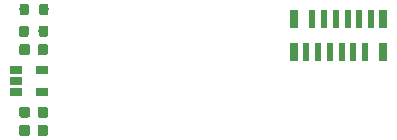
<source format=gtp>
%TF.GenerationSoftware,KiCad,Pcbnew,(5.1.4)-1*%
%TF.CreationDate,2025-05-10T17:32:09-04:00*%
%TF.ProjectId,PMW3360,504d5733-3336-4302-9e6b-696361645f70,rev?*%
%TF.SameCoordinates,Original*%
%TF.FileFunction,Paste,Top*%
%TF.FilePolarity,Positive*%
%FSLAX46Y46*%
G04 Gerber Fmt 4.6, Leading zero omitted, Abs format (unit mm)*
G04 Created by KiCad (PCBNEW (5.1.4)-1) date 2025-05-10 17:32:09*
%MOMM*%
%LPD*%
G04 APERTURE LIST*
%ADD10R,0.800000X1.500000*%
%ADD11R,0.600000X1.500000*%
%ADD12R,1.060000X0.650000*%
%ADD13C,0.100000*%
%ADD14C,0.800000*%
%ADD15C,0.900000*%
G04 APERTURE END LIST*
D10*
X170850000Y-103800000D03*
X170850000Y-101000000D03*
X178350000Y-103800000D03*
X178350000Y-101000000D03*
D11*
X171850000Y-103800000D03*
X172350000Y-101000000D03*
X172850000Y-103800000D03*
X173350000Y-101000000D03*
X173850000Y-103800000D03*
X174350000Y-101000000D03*
X174850000Y-103800000D03*
X175350000Y-101000000D03*
X175850000Y-103800000D03*
X176350000Y-101000000D03*
X176850000Y-103800000D03*
X177350000Y-101000000D03*
D12*
X149455000Y-105300000D03*
X149455000Y-107200000D03*
X147255000Y-107200000D03*
X147255000Y-106250000D03*
X147255000Y-105300000D03*
D13*
G36*
X149844603Y-99725963D02*
G01*
X149864018Y-99728843D01*
X149883057Y-99733612D01*
X149901537Y-99740224D01*
X149919279Y-99748616D01*
X149936114Y-99758706D01*
X149951879Y-99770398D01*
X149966421Y-99783579D01*
X149979602Y-99798121D01*
X149991294Y-99813886D01*
X150001384Y-99830721D01*
X150009776Y-99848463D01*
X150016388Y-99866943D01*
X150021157Y-99885982D01*
X150024037Y-99905397D01*
X150025000Y-99925000D01*
X150025000Y-100475000D01*
X150024037Y-100494603D01*
X150021157Y-100514018D01*
X150016388Y-100533057D01*
X150009776Y-100551537D01*
X150001384Y-100569279D01*
X149991294Y-100586114D01*
X149979602Y-100601879D01*
X149966421Y-100616421D01*
X149951879Y-100629602D01*
X149936114Y-100641294D01*
X149919279Y-100651384D01*
X149901537Y-100659776D01*
X149883057Y-100666388D01*
X149864018Y-100671157D01*
X149844603Y-100674037D01*
X149825000Y-100675000D01*
X149425000Y-100675000D01*
X149405397Y-100674037D01*
X149385982Y-100671157D01*
X149366943Y-100666388D01*
X149348463Y-100659776D01*
X149330721Y-100651384D01*
X149313886Y-100641294D01*
X149298121Y-100629602D01*
X149283579Y-100616421D01*
X149270398Y-100601879D01*
X149258706Y-100586114D01*
X149248616Y-100569279D01*
X149240224Y-100551537D01*
X149233612Y-100533057D01*
X149228843Y-100514018D01*
X149225963Y-100494603D01*
X149225000Y-100475000D01*
X149225000Y-99925000D01*
X149225963Y-99905397D01*
X149228843Y-99885982D01*
X149233612Y-99866943D01*
X149240224Y-99848463D01*
X149248616Y-99830721D01*
X149258706Y-99813886D01*
X149270398Y-99798121D01*
X149283579Y-99783579D01*
X149298121Y-99770398D01*
X149313886Y-99758706D01*
X149330721Y-99748616D01*
X149348463Y-99740224D01*
X149366943Y-99733612D01*
X149385982Y-99728843D01*
X149405397Y-99725963D01*
X149425000Y-99725000D01*
X149825000Y-99725000D01*
X149844603Y-99725963D01*
X149844603Y-99725963D01*
G37*
D14*
X149625000Y-100200000D03*
D13*
G36*
X148194603Y-99725963D02*
G01*
X148214018Y-99728843D01*
X148233057Y-99733612D01*
X148251537Y-99740224D01*
X148269279Y-99748616D01*
X148286114Y-99758706D01*
X148301879Y-99770398D01*
X148316421Y-99783579D01*
X148329602Y-99798121D01*
X148341294Y-99813886D01*
X148351384Y-99830721D01*
X148359776Y-99848463D01*
X148366388Y-99866943D01*
X148371157Y-99885982D01*
X148374037Y-99905397D01*
X148375000Y-99925000D01*
X148375000Y-100475000D01*
X148374037Y-100494603D01*
X148371157Y-100514018D01*
X148366388Y-100533057D01*
X148359776Y-100551537D01*
X148351384Y-100569279D01*
X148341294Y-100586114D01*
X148329602Y-100601879D01*
X148316421Y-100616421D01*
X148301879Y-100629602D01*
X148286114Y-100641294D01*
X148269279Y-100651384D01*
X148251537Y-100659776D01*
X148233057Y-100666388D01*
X148214018Y-100671157D01*
X148194603Y-100674037D01*
X148175000Y-100675000D01*
X147775000Y-100675000D01*
X147755397Y-100674037D01*
X147735982Y-100671157D01*
X147716943Y-100666388D01*
X147698463Y-100659776D01*
X147680721Y-100651384D01*
X147663886Y-100641294D01*
X147648121Y-100629602D01*
X147633579Y-100616421D01*
X147620398Y-100601879D01*
X147608706Y-100586114D01*
X147598616Y-100569279D01*
X147590224Y-100551537D01*
X147583612Y-100533057D01*
X147578843Y-100514018D01*
X147575963Y-100494603D01*
X147575000Y-100475000D01*
X147575000Y-99925000D01*
X147575963Y-99905397D01*
X147578843Y-99885982D01*
X147583612Y-99866943D01*
X147590224Y-99848463D01*
X147598616Y-99830721D01*
X147608706Y-99813886D01*
X147620398Y-99798121D01*
X147633579Y-99783579D01*
X147648121Y-99770398D01*
X147663886Y-99758706D01*
X147680721Y-99748616D01*
X147698463Y-99740224D01*
X147716943Y-99733612D01*
X147735982Y-99728843D01*
X147755397Y-99725963D01*
X147775000Y-99725000D01*
X148175000Y-99725000D01*
X148194603Y-99725963D01*
X148194603Y-99725963D01*
G37*
D14*
X147975000Y-100200000D03*
D13*
G36*
X149819603Y-101575963D02*
G01*
X149839018Y-101578843D01*
X149858057Y-101583612D01*
X149876537Y-101590224D01*
X149894279Y-101598616D01*
X149911114Y-101608706D01*
X149926879Y-101620398D01*
X149941421Y-101633579D01*
X149954602Y-101648121D01*
X149966294Y-101663886D01*
X149976384Y-101680721D01*
X149984776Y-101698463D01*
X149991388Y-101716943D01*
X149996157Y-101735982D01*
X149999037Y-101755397D01*
X150000000Y-101775000D01*
X150000000Y-102325000D01*
X149999037Y-102344603D01*
X149996157Y-102364018D01*
X149991388Y-102383057D01*
X149984776Y-102401537D01*
X149976384Y-102419279D01*
X149966294Y-102436114D01*
X149954602Y-102451879D01*
X149941421Y-102466421D01*
X149926879Y-102479602D01*
X149911114Y-102491294D01*
X149894279Y-102501384D01*
X149876537Y-102509776D01*
X149858057Y-102516388D01*
X149839018Y-102521157D01*
X149819603Y-102524037D01*
X149800000Y-102525000D01*
X149400000Y-102525000D01*
X149380397Y-102524037D01*
X149360982Y-102521157D01*
X149341943Y-102516388D01*
X149323463Y-102509776D01*
X149305721Y-102501384D01*
X149288886Y-102491294D01*
X149273121Y-102479602D01*
X149258579Y-102466421D01*
X149245398Y-102451879D01*
X149233706Y-102436114D01*
X149223616Y-102419279D01*
X149215224Y-102401537D01*
X149208612Y-102383057D01*
X149203843Y-102364018D01*
X149200963Y-102344603D01*
X149200000Y-102325000D01*
X149200000Y-101775000D01*
X149200963Y-101755397D01*
X149203843Y-101735982D01*
X149208612Y-101716943D01*
X149215224Y-101698463D01*
X149223616Y-101680721D01*
X149233706Y-101663886D01*
X149245398Y-101648121D01*
X149258579Y-101633579D01*
X149273121Y-101620398D01*
X149288886Y-101608706D01*
X149305721Y-101598616D01*
X149323463Y-101590224D01*
X149341943Y-101583612D01*
X149360982Y-101578843D01*
X149380397Y-101575963D01*
X149400000Y-101575000D01*
X149800000Y-101575000D01*
X149819603Y-101575963D01*
X149819603Y-101575963D01*
G37*
D14*
X149600000Y-102050000D03*
D13*
G36*
X148169603Y-101575963D02*
G01*
X148189018Y-101578843D01*
X148208057Y-101583612D01*
X148226537Y-101590224D01*
X148244279Y-101598616D01*
X148261114Y-101608706D01*
X148276879Y-101620398D01*
X148291421Y-101633579D01*
X148304602Y-101648121D01*
X148316294Y-101663886D01*
X148326384Y-101680721D01*
X148334776Y-101698463D01*
X148341388Y-101716943D01*
X148346157Y-101735982D01*
X148349037Y-101755397D01*
X148350000Y-101775000D01*
X148350000Y-102325000D01*
X148349037Y-102344603D01*
X148346157Y-102364018D01*
X148341388Y-102383057D01*
X148334776Y-102401537D01*
X148326384Y-102419279D01*
X148316294Y-102436114D01*
X148304602Y-102451879D01*
X148291421Y-102466421D01*
X148276879Y-102479602D01*
X148261114Y-102491294D01*
X148244279Y-102501384D01*
X148226537Y-102509776D01*
X148208057Y-102516388D01*
X148189018Y-102521157D01*
X148169603Y-102524037D01*
X148150000Y-102525000D01*
X147750000Y-102525000D01*
X147730397Y-102524037D01*
X147710982Y-102521157D01*
X147691943Y-102516388D01*
X147673463Y-102509776D01*
X147655721Y-102501384D01*
X147638886Y-102491294D01*
X147623121Y-102479602D01*
X147608579Y-102466421D01*
X147595398Y-102451879D01*
X147583706Y-102436114D01*
X147573616Y-102419279D01*
X147565224Y-102401537D01*
X147558612Y-102383057D01*
X147553843Y-102364018D01*
X147550963Y-102344603D01*
X147550000Y-102325000D01*
X147550000Y-101775000D01*
X147550963Y-101755397D01*
X147553843Y-101735982D01*
X147558612Y-101716943D01*
X147565224Y-101698463D01*
X147573616Y-101680721D01*
X147583706Y-101663886D01*
X147595398Y-101648121D01*
X147608579Y-101633579D01*
X147623121Y-101620398D01*
X147638886Y-101608706D01*
X147655721Y-101598616D01*
X147673463Y-101590224D01*
X147691943Y-101583612D01*
X147710982Y-101578843D01*
X147730397Y-101575963D01*
X147750000Y-101575000D01*
X148150000Y-101575000D01*
X148169603Y-101575963D01*
X148169603Y-101575963D01*
G37*
D14*
X147950000Y-102050000D03*
D13*
G36*
X148247054Y-109976083D02*
G01*
X148268895Y-109979323D01*
X148290314Y-109984688D01*
X148311104Y-109992127D01*
X148331064Y-110001568D01*
X148350003Y-110012919D01*
X148367738Y-110026073D01*
X148384099Y-110040901D01*
X148398927Y-110057262D01*
X148412081Y-110074997D01*
X148423432Y-110093936D01*
X148432873Y-110113896D01*
X148440312Y-110134686D01*
X148445677Y-110156105D01*
X148448917Y-110177946D01*
X148450000Y-110200000D01*
X148450000Y-110700000D01*
X148448917Y-110722054D01*
X148445677Y-110743895D01*
X148440312Y-110765314D01*
X148432873Y-110786104D01*
X148423432Y-110806064D01*
X148412081Y-110825003D01*
X148398927Y-110842738D01*
X148384099Y-110859099D01*
X148367738Y-110873927D01*
X148350003Y-110887081D01*
X148331064Y-110898432D01*
X148311104Y-110907873D01*
X148290314Y-110915312D01*
X148268895Y-110920677D01*
X148247054Y-110923917D01*
X148225000Y-110925000D01*
X147775000Y-110925000D01*
X147752946Y-110923917D01*
X147731105Y-110920677D01*
X147709686Y-110915312D01*
X147688896Y-110907873D01*
X147668936Y-110898432D01*
X147649997Y-110887081D01*
X147632262Y-110873927D01*
X147615901Y-110859099D01*
X147601073Y-110842738D01*
X147587919Y-110825003D01*
X147576568Y-110806064D01*
X147567127Y-110786104D01*
X147559688Y-110765314D01*
X147554323Y-110743895D01*
X147551083Y-110722054D01*
X147550000Y-110700000D01*
X147550000Y-110200000D01*
X147551083Y-110177946D01*
X147554323Y-110156105D01*
X147559688Y-110134686D01*
X147567127Y-110113896D01*
X147576568Y-110093936D01*
X147587919Y-110074997D01*
X147601073Y-110057262D01*
X147615901Y-110040901D01*
X147632262Y-110026073D01*
X147649997Y-110012919D01*
X147668936Y-110001568D01*
X147688896Y-109992127D01*
X147709686Y-109984688D01*
X147731105Y-109979323D01*
X147752946Y-109976083D01*
X147775000Y-109975000D01*
X148225000Y-109975000D01*
X148247054Y-109976083D01*
X148247054Y-109976083D01*
G37*
D15*
X148000000Y-110450000D03*
D13*
G36*
X149797054Y-109976083D02*
G01*
X149818895Y-109979323D01*
X149840314Y-109984688D01*
X149861104Y-109992127D01*
X149881064Y-110001568D01*
X149900003Y-110012919D01*
X149917738Y-110026073D01*
X149934099Y-110040901D01*
X149948927Y-110057262D01*
X149962081Y-110074997D01*
X149973432Y-110093936D01*
X149982873Y-110113896D01*
X149990312Y-110134686D01*
X149995677Y-110156105D01*
X149998917Y-110177946D01*
X150000000Y-110200000D01*
X150000000Y-110700000D01*
X149998917Y-110722054D01*
X149995677Y-110743895D01*
X149990312Y-110765314D01*
X149982873Y-110786104D01*
X149973432Y-110806064D01*
X149962081Y-110825003D01*
X149948927Y-110842738D01*
X149934099Y-110859099D01*
X149917738Y-110873927D01*
X149900003Y-110887081D01*
X149881064Y-110898432D01*
X149861104Y-110907873D01*
X149840314Y-110915312D01*
X149818895Y-110920677D01*
X149797054Y-110923917D01*
X149775000Y-110925000D01*
X149325000Y-110925000D01*
X149302946Y-110923917D01*
X149281105Y-110920677D01*
X149259686Y-110915312D01*
X149238896Y-110907873D01*
X149218936Y-110898432D01*
X149199997Y-110887081D01*
X149182262Y-110873927D01*
X149165901Y-110859099D01*
X149151073Y-110842738D01*
X149137919Y-110825003D01*
X149126568Y-110806064D01*
X149117127Y-110786104D01*
X149109688Y-110765314D01*
X149104323Y-110743895D01*
X149101083Y-110722054D01*
X149100000Y-110700000D01*
X149100000Y-110200000D01*
X149101083Y-110177946D01*
X149104323Y-110156105D01*
X149109688Y-110134686D01*
X149117127Y-110113896D01*
X149126568Y-110093936D01*
X149137919Y-110074997D01*
X149151073Y-110057262D01*
X149165901Y-110040901D01*
X149182262Y-110026073D01*
X149199997Y-110012919D01*
X149218936Y-110001568D01*
X149238896Y-109992127D01*
X149259686Y-109984688D01*
X149281105Y-109979323D01*
X149302946Y-109976083D01*
X149325000Y-109975000D01*
X149775000Y-109975000D01*
X149797054Y-109976083D01*
X149797054Y-109976083D01*
G37*
D15*
X149550000Y-110450000D03*
D13*
G36*
X148247054Y-103126083D02*
G01*
X148268895Y-103129323D01*
X148290314Y-103134688D01*
X148311104Y-103142127D01*
X148331064Y-103151568D01*
X148350003Y-103162919D01*
X148367738Y-103176073D01*
X148384099Y-103190901D01*
X148398927Y-103207262D01*
X148412081Y-103224997D01*
X148423432Y-103243936D01*
X148432873Y-103263896D01*
X148440312Y-103284686D01*
X148445677Y-103306105D01*
X148448917Y-103327946D01*
X148450000Y-103350000D01*
X148450000Y-103850000D01*
X148448917Y-103872054D01*
X148445677Y-103893895D01*
X148440312Y-103915314D01*
X148432873Y-103936104D01*
X148423432Y-103956064D01*
X148412081Y-103975003D01*
X148398927Y-103992738D01*
X148384099Y-104009099D01*
X148367738Y-104023927D01*
X148350003Y-104037081D01*
X148331064Y-104048432D01*
X148311104Y-104057873D01*
X148290314Y-104065312D01*
X148268895Y-104070677D01*
X148247054Y-104073917D01*
X148225000Y-104075000D01*
X147775000Y-104075000D01*
X147752946Y-104073917D01*
X147731105Y-104070677D01*
X147709686Y-104065312D01*
X147688896Y-104057873D01*
X147668936Y-104048432D01*
X147649997Y-104037081D01*
X147632262Y-104023927D01*
X147615901Y-104009099D01*
X147601073Y-103992738D01*
X147587919Y-103975003D01*
X147576568Y-103956064D01*
X147567127Y-103936104D01*
X147559688Y-103915314D01*
X147554323Y-103893895D01*
X147551083Y-103872054D01*
X147550000Y-103850000D01*
X147550000Y-103350000D01*
X147551083Y-103327946D01*
X147554323Y-103306105D01*
X147559688Y-103284686D01*
X147567127Y-103263896D01*
X147576568Y-103243936D01*
X147587919Y-103224997D01*
X147601073Y-103207262D01*
X147615901Y-103190901D01*
X147632262Y-103176073D01*
X147649997Y-103162919D01*
X147668936Y-103151568D01*
X147688896Y-103142127D01*
X147709686Y-103134688D01*
X147731105Y-103129323D01*
X147752946Y-103126083D01*
X147775000Y-103125000D01*
X148225000Y-103125000D01*
X148247054Y-103126083D01*
X148247054Y-103126083D01*
G37*
D15*
X148000000Y-103600000D03*
D13*
G36*
X149797054Y-103126083D02*
G01*
X149818895Y-103129323D01*
X149840314Y-103134688D01*
X149861104Y-103142127D01*
X149881064Y-103151568D01*
X149900003Y-103162919D01*
X149917738Y-103176073D01*
X149934099Y-103190901D01*
X149948927Y-103207262D01*
X149962081Y-103224997D01*
X149973432Y-103243936D01*
X149982873Y-103263896D01*
X149990312Y-103284686D01*
X149995677Y-103306105D01*
X149998917Y-103327946D01*
X150000000Y-103350000D01*
X150000000Y-103850000D01*
X149998917Y-103872054D01*
X149995677Y-103893895D01*
X149990312Y-103915314D01*
X149982873Y-103936104D01*
X149973432Y-103956064D01*
X149962081Y-103975003D01*
X149948927Y-103992738D01*
X149934099Y-104009099D01*
X149917738Y-104023927D01*
X149900003Y-104037081D01*
X149881064Y-104048432D01*
X149861104Y-104057873D01*
X149840314Y-104065312D01*
X149818895Y-104070677D01*
X149797054Y-104073917D01*
X149775000Y-104075000D01*
X149325000Y-104075000D01*
X149302946Y-104073917D01*
X149281105Y-104070677D01*
X149259686Y-104065312D01*
X149238896Y-104057873D01*
X149218936Y-104048432D01*
X149199997Y-104037081D01*
X149182262Y-104023927D01*
X149165901Y-104009099D01*
X149151073Y-103992738D01*
X149137919Y-103975003D01*
X149126568Y-103956064D01*
X149117127Y-103936104D01*
X149109688Y-103915314D01*
X149104323Y-103893895D01*
X149101083Y-103872054D01*
X149100000Y-103850000D01*
X149100000Y-103350000D01*
X149101083Y-103327946D01*
X149104323Y-103306105D01*
X149109688Y-103284686D01*
X149117127Y-103263896D01*
X149126568Y-103243936D01*
X149137919Y-103224997D01*
X149151073Y-103207262D01*
X149165901Y-103190901D01*
X149182262Y-103176073D01*
X149199997Y-103162919D01*
X149218936Y-103151568D01*
X149238896Y-103142127D01*
X149259686Y-103134688D01*
X149281105Y-103129323D01*
X149302946Y-103126083D01*
X149325000Y-103125000D01*
X149775000Y-103125000D01*
X149797054Y-103126083D01*
X149797054Y-103126083D01*
G37*
D15*
X149550000Y-103600000D03*
D13*
G36*
X148247054Y-108426083D02*
G01*
X148268895Y-108429323D01*
X148290314Y-108434688D01*
X148311104Y-108442127D01*
X148331064Y-108451568D01*
X148350003Y-108462919D01*
X148367738Y-108476073D01*
X148384099Y-108490901D01*
X148398927Y-108507262D01*
X148412081Y-108524997D01*
X148423432Y-108543936D01*
X148432873Y-108563896D01*
X148440312Y-108584686D01*
X148445677Y-108606105D01*
X148448917Y-108627946D01*
X148450000Y-108650000D01*
X148450000Y-109150000D01*
X148448917Y-109172054D01*
X148445677Y-109193895D01*
X148440312Y-109215314D01*
X148432873Y-109236104D01*
X148423432Y-109256064D01*
X148412081Y-109275003D01*
X148398927Y-109292738D01*
X148384099Y-109309099D01*
X148367738Y-109323927D01*
X148350003Y-109337081D01*
X148331064Y-109348432D01*
X148311104Y-109357873D01*
X148290314Y-109365312D01*
X148268895Y-109370677D01*
X148247054Y-109373917D01*
X148225000Y-109375000D01*
X147775000Y-109375000D01*
X147752946Y-109373917D01*
X147731105Y-109370677D01*
X147709686Y-109365312D01*
X147688896Y-109357873D01*
X147668936Y-109348432D01*
X147649997Y-109337081D01*
X147632262Y-109323927D01*
X147615901Y-109309099D01*
X147601073Y-109292738D01*
X147587919Y-109275003D01*
X147576568Y-109256064D01*
X147567127Y-109236104D01*
X147559688Y-109215314D01*
X147554323Y-109193895D01*
X147551083Y-109172054D01*
X147550000Y-109150000D01*
X147550000Y-108650000D01*
X147551083Y-108627946D01*
X147554323Y-108606105D01*
X147559688Y-108584686D01*
X147567127Y-108563896D01*
X147576568Y-108543936D01*
X147587919Y-108524997D01*
X147601073Y-108507262D01*
X147615901Y-108490901D01*
X147632262Y-108476073D01*
X147649997Y-108462919D01*
X147668936Y-108451568D01*
X147688896Y-108442127D01*
X147709686Y-108434688D01*
X147731105Y-108429323D01*
X147752946Y-108426083D01*
X147775000Y-108425000D01*
X148225000Y-108425000D01*
X148247054Y-108426083D01*
X148247054Y-108426083D01*
G37*
D15*
X148000000Y-108900000D03*
D13*
G36*
X149797054Y-108426083D02*
G01*
X149818895Y-108429323D01*
X149840314Y-108434688D01*
X149861104Y-108442127D01*
X149881064Y-108451568D01*
X149900003Y-108462919D01*
X149917738Y-108476073D01*
X149934099Y-108490901D01*
X149948927Y-108507262D01*
X149962081Y-108524997D01*
X149973432Y-108543936D01*
X149982873Y-108563896D01*
X149990312Y-108584686D01*
X149995677Y-108606105D01*
X149998917Y-108627946D01*
X150000000Y-108650000D01*
X150000000Y-109150000D01*
X149998917Y-109172054D01*
X149995677Y-109193895D01*
X149990312Y-109215314D01*
X149982873Y-109236104D01*
X149973432Y-109256064D01*
X149962081Y-109275003D01*
X149948927Y-109292738D01*
X149934099Y-109309099D01*
X149917738Y-109323927D01*
X149900003Y-109337081D01*
X149881064Y-109348432D01*
X149861104Y-109357873D01*
X149840314Y-109365312D01*
X149818895Y-109370677D01*
X149797054Y-109373917D01*
X149775000Y-109375000D01*
X149325000Y-109375000D01*
X149302946Y-109373917D01*
X149281105Y-109370677D01*
X149259686Y-109365312D01*
X149238896Y-109357873D01*
X149218936Y-109348432D01*
X149199997Y-109337081D01*
X149182262Y-109323927D01*
X149165901Y-109309099D01*
X149151073Y-109292738D01*
X149137919Y-109275003D01*
X149126568Y-109256064D01*
X149117127Y-109236104D01*
X149109688Y-109215314D01*
X149104323Y-109193895D01*
X149101083Y-109172054D01*
X149100000Y-109150000D01*
X149100000Y-108650000D01*
X149101083Y-108627946D01*
X149104323Y-108606105D01*
X149109688Y-108584686D01*
X149117127Y-108563896D01*
X149126568Y-108543936D01*
X149137919Y-108524997D01*
X149151073Y-108507262D01*
X149165901Y-108490901D01*
X149182262Y-108476073D01*
X149199997Y-108462919D01*
X149218936Y-108451568D01*
X149238896Y-108442127D01*
X149259686Y-108434688D01*
X149281105Y-108429323D01*
X149302946Y-108426083D01*
X149325000Y-108425000D01*
X149775000Y-108425000D01*
X149797054Y-108426083D01*
X149797054Y-108426083D01*
G37*
D15*
X149550000Y-108900000D03*
M02*

</source>
